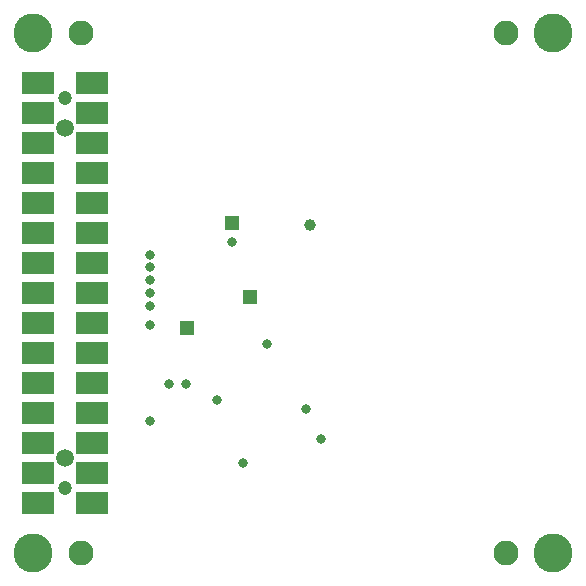
<source format=gbs>
G04*
G04 #@! TF.GenerationSoftware,Altium Limited,Altium Designer,19.1.9 (167)*
G04*
G04 Layer_Color=16711935*
%FSLAX44Y44*%
%MOMM*%
G71*
G01*
G75*
%ADD34R,2.8032X1.9032*%
%ADD42C,1.2032*%
%ADD43C,1.5032*%
%ADD44R,1.2032X1.2032*%
%ADD45C,2.1031*%
%ADD46C,3.3033*%
%ADD47C,0.9032*%
%ADD48C,1.0032*%
%ADD49C,0.8032*%
D34*
X80500Y296800D02*
D03*
Y271400D02*
D03*
Y322200D02*
D03*
Y246000D02*
D03*
Y347600D02*
D03*
Y373000D02*
D03*
Y398400D02*
D03*
Y423800D02*
D03*
X34500D02*
D03*
Y398400D02*
D03*
Y373000D02*
D03*
Y347600D02*
D03*
Y322200D02*
D03*
Y296800D02*
D03*
Y271400D02*
D03*
Y246000D02*
D03*
Y220600D02*
D03*
Y195200D02*
D03*
X80500Y220600D02*
D03*
Y195200D02*
D03*
X34500Y169800D02*
D03*
X80500D02*
D03*
X34500Y144400D02*
D03*
X80500D02*
D03*
X34500Y119000D02*
D03*
X80500D02*
D03*
X34500Y93600D02*
D03*
X80500D02*
D03*
X34500Y68200D02*
D03*
X80500D02*
D03*
D42*
X57500Y411100D02*
D03*
Y80900D02*
D03*
D43*
Y385700D02*
D03*
Y106300D02*
D03*
D44*
X214630Y242316D02*
D03*
X161290Y215900D02*
D03*
X199390Y304800D02*
D03*
D45*
X431009Y465989D02*
D03*
Y26010D02*
D03*
X70990Y465989D02*
D03*
Y26010D02*
D03*
D46*
X470989Y465989D02*
D03*
Y26010D02*
D03*
X31010Y465989D02*
D03*
Y26010D02*
D03*
D47*
X26990Y424049D02*
D03*
X42010Y423800D02*
D03*
X72990D02*
D03*
X88010D02*
D03*
Y68200D02*
D03*
X72990D02*
D03*
X42010D02*
D03*
X26990Y68450D02*
D03*
Y93849D02*
D03*
X42010Y93600D02*
D03*
X72990D02*
D03*
X88010D02*
D03*
X26990Y119499D02*
D03*
X42010Y119249D02*
D03*
X72990D02*
D03*
X88010D02*
D03*
X26990Y144899D02*
D03*
X42010Y144649D02*
D03*
X72990D02*
D03*
X88010D02*
D03*
X26990Y170299D02*
D03*
X42010Y170049D02*
D03*
X72990D02*
D03*
X88010D02*
D03*
X26990Y195450D02*
D03*
X42010Y195200D02*
D03*
X72990D02*
D03*
X88010D02*
D03*
X26990Y220849D02*
D03*
X42010Y220600D02*
D03*
X72990D02*
D03*
X88010D02*
D03*
X26990Y246250D02*
D03*
X42010Y246000D02*
D03*
X72990D02*
D03*
X88010D02*
D03*
X26990Y271899D02*
D03*
X42010Y271649D02*
D03*
X72990D02*
D03*
X88010D02*
D03*
X26990Y297050D02*
D03*
X42010Y296800D02*
D03*
X72990D02*
D03*
X26990Y322699D02*
D03*
X42010Y322449D02*
D03*
X72990D02*
D03*
X88010D02*
D03*
X26990Y348099D02*
D03*
X42010Y347850D02*
D03*
X72990D02*
D03*
X88010D02*
D03*
X26990Y373250D02*
D03*
X42010Y373000D02*
D03*
X72990D02*
D03*
X88010D02*
D03*
X26990Y398649D02*
D03*
X42010Y398400D02*
D03*
X72990D02*
D03*
X88010D02*
D03*
D48*
Y296800D02*
D03*
X265430Y303530D02*
D03*
D49*
X186690Y154940D02*
D03*
X274320Y121920D02*
D03*
X261620Y147320D02*
D03*
X160020Y168910D02*
D03*
X199390Y288925D02*
D03*
X129540Y234950D02*
D03*
Y245745D02*
D03*
Y256540D02*
D03*
Y267335D02*
D03*
Y278130D02*
D03*
X208280Y101680D02*
D03*
X228854Y202438D02*
D03*
X129540Y137160D02*
D03*
Y218440D02*
D03*
X146050Y168910D02*
D03*
M02*

</source>
